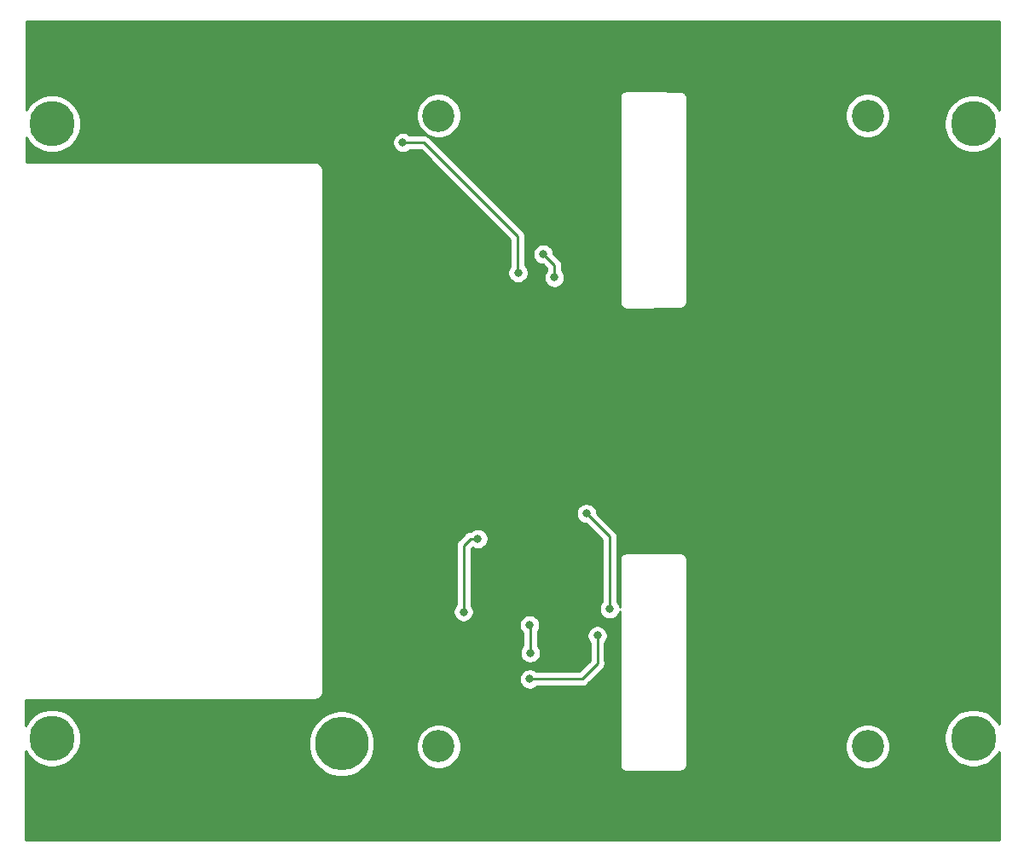
<source format=gbr>
G04 #@! TF.GenerationSoftware,KiCad,Pcbnew,(5.1.2)-2*
G04 #@! TF.CreationDate,2021-11-10T11:23:53-03:00*
G04 #@! TF.ProjectId,MAG_Plus,4d41475f-506c-4757-932e-6b696361645f,rev?*
G04 #@! TF.SameCoordinates,Original*
G04 #@! TF.FileFunction,Copper,L2,Bot*
G04 #@! TF.FilePolarity,Positive*
%FSLAX46Y46*%
G04 Gerber Fmt 4.6, Leading zero omitted, Abs format (unit mm)*
G04 Created by KiCad (PCBNEW (5.1.2)-2) date 2021-11-10 11:23:53*
%MOMM*%
%LPD*%
G04 APERTURE LIST*
%ADD10C,5.300000*%
%ADD11C,4.500000*%
%ADD12C,3.200000*%
%ADD13C,0.800000*%
%ADD14C,0.250000*%
%ADD15C,0.254000*%
G04 APERTURE END LIST*
D10*
X283860000Y-108360000D03*
D11*
X255100000Y-107800000D03*
X346600000Y-46800000D03*
X255100000Y-46790000D03*
X346600000Y-107800000D03*
D12*
X336100000Y-45990000D03*
X293510000Y-108610000D03*
X293510000Y-45990000D03*
X336100000Y-108610000D03*
D13*
X303899998Y-59750000D03*
X304999998Y-62050000D03*
X289950000Y-48650000D03*
X301400000Y-61600000D03*
X308190000Y-85500000D03*
X302600000Y-99340000D03*
X302540000Y-96590000D03*
X309260000Y-97620000D03*
X302540000Y-101930000D03*
X310474990Y-94970000D03*
X295980000Y-95270000D03*
X297400000Y-88000000D03*
D14*
X304999998Y-61484315D02*
X304999998Y-62050000D01*
X304999998Y-60850000D02*
X304999998Y-61484315D01*
X303899998Y-59750000D02*
X304999998Y-60850000D01*
X301350000Y-61550000D02*
X301400000Y-61600000D01*
X301350000Y-57950000D02*
X301350000Y-61550000D01*
X289950000Y-48650000D02*
X292050000Y-48650000D01*
X292050000Y-48650000D02*
X301350000Y-57950000D01*
X302600000Y-99340000D02*
X302600000Y-96650000D01*
X302600000Y-96650000D02*
X302540000Y-96590000D01*
X307740000Y-101930000D02*
X302540000Y-101930000D01*
X309270000Y-100400000D02*
X307740000Y-101930000D01*
X309270000Y-100270000D02*
X309270000Y-100400000D01*
X309260000Y-97620000D02*
X309260000Y-100260000D01*
X309260000Y-100260000D02*
X309270000Y-100270000D01*
X310474990Y-94404315D02*
X310474990Y-94970000D01*
X310474990Y-87784990D02*
X310474990Y-94404315D01*
X308190000Y-85500000D02*
X310474990Y-87784990D01*
X296660000Y-88000000D02*
X297400000Y-88000000D01*
X295980000Y-95270000D02*
X295980000Y-88680000D01*
X295980000Y-88680000D02*
X296660000Y-88000000D01*
D15*
G36*
X349140001Y-45408517D02*
G01*
X348840926Y-44960920D01*
X348439080Y-44559074D01*
X347966560Y-44243346D01*
X347441523Y-44025869D01*
X346884148Y-43915000D01*
X346315852Y-43915000D01*
X345758477Y-44025869D01*
X345233440Y-44243346D01*
X344760920Y-44559074D01*
X344359074Y-44960920D01*
X344043346Y-45433440D01*
X343825869Y-45958477D01*
X343715000Y-46515852D01*
X343715000Y-47084148D01*
X343825869Y-47641523D01*
X344043346Y-48166560D01*
X344359074Y-48639080D01*
X344760920Y-49040926D01*
X345233440Y-49356654D01*
X345758477Y-49574131D01*
X346315852Y-49685000D01*
X346884148Y-49685000D01*
X347441523Y-49574131D01*
X347966560Y-49356654D01*
X348439080Y-49040926D01*
X348840926Y-48639080D01*
X349140001Y-48191483D01*
X349140000Y-106408516D01*
X348840926Y-105960920D01*
X348439080Y-105559074D01*
X347966560Y-105243346D01*
X347441523Y-105025869D01*
X346884148Y-104915000D01*
X346315852Y-104915000D01*
X345758477Y-105025869D01*
X345233440Y-105243346D01*
X344760920Y-105559074D01*
X344359074Y-105960920D01*
X344043346Y-106433440D01*
X343825869Y-106958477D01*
X343715000Y-107515852D01*
X343715000Y-108084148D01*
X343825869Y-108641523D01*
X344043346Y-109166560D01*
X344359074Y-109639080D01*
X344760920Y-110040926D01*
X345233440Y-110356654D01*
X345758477Y-110574131D01*
X346315852Y-110685000D01*
X346884148Y-110685000D01*
X347441523Y-110574131D01*
X347966560Y-110356654D01*
X348439080Y-110040926D01*
X348840926Y-109639080D01*
X349140000Y-109191484D01*
X349140000Y-117940000D01*
X252500000Y-117940000D01*
X252500000Y-109061913D01*
X252543346Y-109166560D01*
X252859074Y-109639080D01*
X253260920Y-110040926D01*
X253733440Y-110356654D01*
X254258477Y-110574131D01*
X254815852Y-110685000D01*
X255384148Y-110685000D01*
X255941523Y-110574131D01*
X256466560Y-110356654D01*
X256939080Y-110040926D01*
X257340926Y-109639080D01*
X257656654Y-109166560D01*
X257874131Y-108641523D01*
X257985000Y-108084148D01*
X257985000Y-108036456D01*
X280575000Y-108036456D01*
X280575000Y-108683544D01*
X280701240Y-109318199D01*
X280948871Y-109916031D01*
X281308374Y-110454066D01*
X281765934Y-110911626D01*
X282303969Y-111271129D01*
X282901801Y-111518760D01*
X283536456Y-111645000D01*
X284183544Y-111645000D01*
X284818199Y-111518760D01*
X285416031Y-111271129D01*
X285954066Y-110911626D01*
X286411626Y-110454066D01*
X286771129Y-109916031D01*
X287018760Y-109318199D01*
X287145000Y-108683544D01*
X287145000Y-108389872D01*
X291275000Y-108389872D01*
X291275000Y-108830128D01*
X291360890Y-109261925D01*
X291529369Y-109668669D01*
X291773962Y-110034729D01*
X292085271Y-110346038D01*
X292451331Y-110590631D01*
X292858075Y-110759110D01*
X293289872Y-110845000D01*
X293730128Y-110845000D01*
X294161925Y-110759110D01*
X294568669Y-110590631D01*
X294934729Y-110346038D01*
X295246038Y-110034729D01*
X295490631Y-109668669D01*
X295659110Y-109261925D01*
X295745000Y-108830128D01*
X295745000Y-108389872D01*
X295659110Y-107958075D01*
X295490631Y-107551331D01*
X295246038Y-107185271D01*
X294934729Y-106873962D01*
X294568669Y-106629369D01*
X294161925Y-106460890D01*
X293730128Y-106375000D01*
X293289872Y-106375000D01*
X292858075Y-106460890D01*
X292451331Y-106629369D01*
X292085271Y-106873962D01*
X291773962Y-107185271D01*
X291529369Y-107551331D01*
X291360890Y-107958075D01*
X291275000Y-108389872D01*
X287145000Y-108389872D01*
X287145000Y-108036456D01*
X287018760Y-107401801D01*
X286771129Y-106803969D01*
X286411626Y-106265934D01*
X285954066Y-105808374D01*
X285416031Y-105448871D01*
X284818199Y-105201240D01*
X284183544Y-105075000D01*
X283536456Y-105075000D01*
X282901801Y-105201240D01*
X282303969Y-105448871D01*
X281765934Y-105808374D01*
X281308374Y-106265934D01*
X280948871Y-106803969D01*
X280701240Y-107401801D01*
X280575000Y-108036456D01*
X257985000Y-108036456D01*
X257985000Y-107515852D01*
X257874131Y-106958477D01*
X257656654Y-106433440D01*
X257340926Y-105960920D01*
X256939080Y-105559074D01*
X256466560Y-105243346D01*
X255941523Y-105025869D01*
X255384148Y-104915000D01*
X254815852Y-104915000D01*
X254258477Y-105025869D01*
X253733440Y-105243346D01*
X253260920Y-105559074D01*
X252859074Y-105960920D01*
X252543346Y-106433440D01*
X252500000Y-106538087D01*
X252500000Y-103980000D01*
X281307581Y-103980000D01*
X281340000Y-103983193D01*
X281372419Y-103980000D01*
X281469383Y-103970450D01*
X281593793Y-103932710D01*
X281708450Y-103871425D01*
X281808948Y-103788948D01*
X281891425Y-103688450D01*
X281952710Y-103573793D01*
X281990450Y-103449383D01*
X282003193Y-103320000D01*
X282000000Y-103287581D01*
X282000000Y-101828061D01*
X301505000Y-101828061D01*
X301505000Y-102031939D01*
X301544774Y-102231898D01*
X301622795Y-102420256D01*
X301736063Y-102589774D01*
X301880226Y-102733937D01*
X302049744Y-102847205D01*
X302238102Y-102925226D01*
X302438061Y-102965000D01*
X302641939Y-102965000D01*
X302841898Y-102925226D01*
X303030256Y-102847205D01*
X303199774Y-102733937D01*
X303243711Y-102690000D01*
X307702678Y-102690000D01*
X307740000Y-102693676D01*
X307777322Y-102690000D01*
X307777333Y-102690000D01*
X307888986Y-102679003D01*
X308032247Y-102635546D01*
X308164276Y-102564974D01*
X308280001Y-102470001D01*
X308303804Y-102440997D01*
X309781003Y-100963799D01*
X309810001Y-100940001D01*
X309904974Y-100824276D01*
X309933450Y-100771002D01*
X309975546Y-100692247D01*
X310019003Y-100548986D01*
X310020411Y-100534686D01*
X310030000Y-100437332D01*
X310030000Y-100437325D01*
X310033676Y-100400000D01*
X310030000Y-100362675D01*
X310030000Y-100307322D01*
X310033676Y-100269999D01*
X310030000Y-100232677D01*
X310030000Y-100232667D01*
X310020000Y-100131137D01*
X310020000Y-98323711D01*
X310063937Y-98279774D01*
X310177205Y-98110256D01*
X310255226Y-97921898D01*
X310295000Y-97721939D01*
X310295000Y-97518061D01*
X310255226Y-97318102D01*
X310177205Y-97129744D01*
X310063937Y-96960226D01*
X309919774Y-96816063D01*
X309750256Y-96702795D01*
X309561898Y-96624774D01*
X309361939Y-96585000D01*
X309158061Y-96585000D01*
X308958102Y-96624774D01*
X308769744Y-96702795D01*
X308600226Y-96816063D01*
X308456063Y-96960226D01*
X308342795Y-97129744D01*
X308264774Y-97318102D01*
X308225000Y-97518061D01*
X308225000Y-97721939D01*
X308264774Y-97921898D01*
X308342795Y-98110256D01*
X308456063Y-98279774D01*
X308500000Y-98323711D01*
X308500001Y-100095197D01*
X307425199Y-101170000D01*
X303243711Y-101170000D01*
X303199774Y-101126063D01*
X303030256Y-101012795D01*
X302841898Y-100934774D01*
X302641939Y-100895000D01*
X302438061Y-100895000D01*
X302238102Y-100934774D01*
X302049744Y-101012795D01*
X301880226Y-101126063D01*
X301736063Y-101270226D01*
X301622795Y-101439744D01*
X301544774Y-101628102D01*
X301505000Y-101828061D01*
X282000000Y-101828061D01*
X282000000Y-96488061D01*
X301505000Y-96488061D01*
X301505000Y-96691939D01*
X301544774Y-96891898D01*
X301622795Y-97080256D01*
X301736063Y-97249774D01*
X301840001Y-97353712D01*
X301840000Y-98636289D01*
X301796063Y-98680226D01*
X301682795Y-98849744D01*
X301604774Y-99038102D01*
X301565000Y-99238061D01*
X301565000Y-99441939D01*
X301604774Y-99641898D01*
X301682795Y-99830256D01*
X301796063Y-99999774D01*
X301940226Y-100143937D01*
X302109744Y-100257205D01*
X302298102Y-100335226D01*
X302498061Y-100375000D01*
X302701939Y-100375000D01*
X302901898Y-100335226D01*
X303090256Y-100257205D01*
X303259774Y-100143937D01*
X303403937Y-99999774D01*
X303517205Y-99830256D01*
X303595226Y-99641898D01*
X303635000Y-99441939D01*
X303635000Y-99238061D01*
X303595226Y-99038102D01*
X303517205Y-98849744D01*
X303403937Y-98680226D01*
X303360000Y-98636289D01*
X303360000Y-97225734D01*
X303457205Y-97080256D01*
X303535226Y-96891898D01*
X303575000Y-96691939D01*
X303575000Y-96488061D01*
X303535226Y-96288102D01*
X303457205Y-96099744D01*
X303343937Y-95930226D01*
X303199774Y-95786063D01*
X303030256Y-95672795D01*
X302841898Y-95594774D01*
X302641939Y-95555000D01*
X302438061Y-95555000D01*
X302238102Y-95594774D01*
X302049744Y-95672795D01*
X301880226Y-95786063D01*
X301736063Y-95930226D01*
X301622795Y-96099744D01*
X301544774Y-96288102D01*
X301505000Y-96488061D01*
X282000000Y-96488061D01*
X282000000Y-95168061D01*
X294945000Y-95168061D01*
X294945000Y-95371939D01*
X294984774Y-95571898D01*
X295062795Y-95760256D01*
X295176063Y-95929774D01*
X295320226Y-96073937D01*
X295489744Y-96187205D01*
X295678102Y-96265226D01*
X295878061Y-96305000D01*
X296081939Y-96305000D01*
X296281898Y-96265226D01*
X296470256Y-96187205D01*
X296639774Y-96073937D01*
X296783937Y-95929774D01*
X296897205Y-95760256D01*
X296975226Y-95571898D01*
X297015000Y-95371939D01*
X297015000Y-95168061D01*
X296975226Y-94968102D01*
X296897205Y-94779744D01*
X296783937Y-94610226D01*
X296740000Y-94566289D01*
X296740000Y-88994801D01*
X296854506Y-88880296D01*
X296909744Y-88917205D01*
X297098102Y-88995226D01*
X297298061Y-89035000D01*
X297501939Y-89035000D01*
X297701898Y-88995226D01*
X297890256Y-88917205D01*
X298059774Y-88803937D01*
X298203937Y-88659774D01*
X298317205Y-88490256D01*
X298395226Y-88301898D01*
X298435000Y-88101939D01*
X298435000Y-87898061D01*
X298395226Y-87698102D01*
X298317205Y-87509744D01*
X298203937Y-87340226D01*
X298059774Y-87196063D01*
X297890256Y-87082795D01*
X297701898Y-87004774D01*
X297501939Y-86965000D01*
X297298061Y-86965000D01*
X297098102Y-87004774D01*
X296909744Y-87082795D01*
X296740226Y-87196063D01*
X296696382Y-87239907D01*
X296659999Y-87236324D01*
X296622676Y-87240000D01*
X296622667Y-87240000D01*
X296511014Y-87250997D01*
X296367753Y-87294454D01*
X296235724Y-87365026D01*
X296119999Y-87459999D01*
X296096201Y-87488998D01*
X295468998Y-88116201D01*
X295440000Y-88139999D01*
X295416202Y-88168997D01*
X295416201Y-88168998D01*
X295345026Y-88255724D01*
X295274454Y-88387754D01*
X295230998Y-88531015D01*
X295216324Y-88680000D01*
X295220001Y-88717332D01*
X295220000Y-94566289D01*
X295176063Y-94610226D01*
X295062795Y-94779744D01*
X294984774Y-94968102D01*
X294945000Y-95168061D01*
X282000000Y-95168061D01*
X282000000Y-85398061D01*
X307155000Y-85398061D01*
X307155000Y-85601939D01*
X307194774Y-85801898D01*
X307272795Y-85990256D01*
X307386063Y-86159774D01*
X307530226Y-86303937D01*
X307699744Y-86417205D01*
X307888102Y-86495226D01*
X308088061Y-86535000D01*
X308150199Y-86535000D01*
X309714990Y-88099792D01*
X309714991Y-94266288D01*
X309671053Y-94310226D01*
X309557785Y-94479744D01*
X309479764Y-94668102D01*
X309439990Y-94868061D01*
X309439990Y-95071939D01*
X309479764Y-95271898D01*
X309557785Y-95460256D01*
X309671053Y-95629774D01*
X309815216Y-95773937D01*
X309984734Y-95887205D01*
X310173092Y-95965226D01*
X310373051Y-96005000D01*
X310576929Y-96005000D01*
X310776888Y-95965226D01*
X310965246Y-95887205D01*
X311134764Y-95773937D01*
X311278927Y-95629774D01*
X311392195Y-95460256D01*
X311470216Y-95271898D01*
X311490000Y-95172435D01*
X311490001Y-110470663D01*
X311486836Y-110506197D01*
X311493489Y-110567838D01*
X311499551Y-110629383D01*
X311500454Y-110632359D01*
X311500788Y-110635456D01*
X311519329Y-110694581D01*
X311537291Y-110753793D01*
X311538758Y-110756537D01*
X311539689Y-110759507D01*
X311569393Y-110813853D01*
X311598576Y-110868450D01*
X311600550Y-110870855D01*
X311602043Y-110873587D01*
X311641802Y-110921121D01*
X311681053Y-110968948D01*
X311683456Y-110970920D01*
X311685455Y-110973310D01*
X311733713Y-111012165D01*
X311781551Y-111051425D01*
X311784296Y-111052892D01*
X311786720Y-111054844D01*
X311841600Y-111083522D01*
X311896208Y-111112710D01*
X311899186Y-111113614D01*
X311901945Y-111115055D01*
X311961332Y-111132465D01*
X312020618Y-111150450D01*
X312023719Y-111150755D01*
X312026702Y-111151630D01*
X312088337Y-111157120D01*
X312150000Y-111163193D01*
X312185496Y-111159697D01*
X317470656Y-111110303D01*
X317500000Y-111113193D01*
X317535497Y-111109697D01*
X317538585Y-111109668D01*
X317567728Y-111106522D01*
X317629382Y-111100450D01*
X317632362Y-111099546D01*
X317635456Y-111099212D01*
X317694527Y-111080688D01*
X317753792Y-111062710D01*
X317756538Y-111061243D01*
X317759508Y-111060311D01*
X317813838Y-111030615D01*
X317868449Y-111001425D01*
X317870856Y-110999450D01*
X317873587Y-110997957D01*
X317921082Y-110958230D01*
X317968948Y-110918948D01*
X317970923Y-110916542D01*
X317973310Y-110914545D01*
X318012122Y-110866340D01*
X318051425Y-110818450D01*
X318052894Y-110815702D01*
X318054844Y-110813280D01*
X318083498Y-110758445D01*
X318112710Y-110703793D01*
X318113614Y-110700812D01*
X318115055Y-110698055D01*
X318132471Y-110638651D01*
X318150450Y-110579383D01*
X318150755Y-110576286D01*
X318151631Y-110573298D01*
X318157125Y-110511605D01*
X318160000Y-110482419D01*
X318160000Y-110479329D01*
X318163164Y-110443803D01*
X318160000Y-110414490D01*
X318160000Y-108389872D01*
X333865000Y-108389872D01*
X333865000Y-108830128D01*
X333950890Y-109261925D01*
X334119369Y-109668669D01*
X334363962Y-110034729D01*
X334675271Y-110346038D01*
X335041331Y-110590631D01*
X335448075Y-110759110D01*
X335879872Y-110845000D01*
X336320128Y-110845000D01*
X336751925Y-110759110D01*
X337158669Y-110590631D01*
X337524729Y-110346038D01*
X337836038Y-110034729D01*
X338080631Y-109668669D01*
X338249110Y-109261925D01*
X338335000Y-108830128D01*
X338335000Y-108389872D01*
X338249110Y-107958075D01*
X338080631Y-107551331D01*
X337836038Y-107185271D01*
X337524729Y-106873962D01*
X337158669Y-106629369D01*
X336751925Y-106460890D01*
X336320128Y-106375000D01*
X335879872Y-106375000D01*
X335448075Y-106460890D01*
X335041331Y-106629369D01*
X334675271Y-106873962D01*
X334363962Y-107185271D01*
X334119369Y-107551331D01*
X333950890Y-107958075D01*
X333865000Y-108389872D01*
X318160000Y-108389872D01*
X318160000Y-90082419D01*
X318163193Y-90050000D01*
X318150450Y-89920617D01*
X318112710Y-89796207D01*
X318051425Y-89681550D01*
X317968948Y-89581052D01*
X317868450Y-89498575D01*
X317753793Y-89437290D01*
X317629383Y-89399550D01*
X317532419Y-89390000D01*
X317500000Y-89386807D01*
X317467581Y-89390000D01*
X312182419Y-89390000D01*
X312150000Y-89386807D01*
X312117581Y-89390000D01*
X312020617Y-89399550D01*
X311896207Y-89437290D01*
X311781550Y-89498575D01*
X311681052Y-89581052D01*
X311598575Y-89681550D01*
X311537290Y-89796207D01*
X311499550Y-89920617D01*
X311486807Y-90050000D01*
X311490000Y-90082419D01*
X311490000Y-94767565D01*
X311470216Y-94668102D01*
X311392195Y-94479744D01*
X311278927Y-94310226D01*
X311234990Y-94266289D01*
X311234990Y-87822313D01*
X311238666Y-87784990D01*
X311234990Y-87747667D01*
X311234990Y-87747657D01*
X311223993Y-87636004D01*
X311180536Y-87492743D01*
X311109964Y-87360714D01*
X311014991Y-87244989D01*
X310985994Y-87221192D01*
X309225000Y-85460199D01*
X309225000Y-85398061D01*
X309185226Y-85198102D01*
X309107205Y-85009744D01*
X308993937Y-84840226D01*
X308849774Y-84696063D01*
X308680256Y-84582795D01*
X308491898Y-84504774D01*
X308291939Y-84465000D01*
X308088061Y-84465000D01*
X307888102Y-84504774D01*
X307699744Y-84582795D01*
X307530226Y-84696063D01*
X307386063Y-84840226D01*
X307272795Y-85009744D01*
X307194774Y-85198102D01*
X307155000Y-85398061D01*
X282000000Y-85398061D01*
X282000000Y-51312419D01*
X282003193Y-51280000D01*
X281990450Y-51150617D01*
X281952710Y-51026207D01*
X281891425Y-50911550D01*
X281808948Y-50811052D01*
X281708450Y-50728575D01*
X281593793Y-50667290D01*
X281469383Y-50629550D01*
X281372419Y-50620000D01*
X281340000Y-50616807D01*
X281307581Y-50620000D01*
X252550431Y-50620000D01*
X252552035Y-48169564D01*
X252859074Y-48629080D01*
X253260920Y-49030926D01*
X253733440Y-49346654D01*
X254258477Y-49564131D01*
X254815852Y-49675000D01*
X255384148Y-49675000D01*
X255941523Y-49564131D01*
X256466560Y-49346654D01*
X256939080Y-49030926D01*
X257340926Y-48629080D01*
X257395061Y-48548061D01*
X288915000Y-48548061D01*
X288915000Y-48751939D01*
X288954774Y-48951898D01*
X289032795Y-49140256D01*
X289146063Y-49309774D01*
X289290226Y-49453937D01*
X289459744Y-49567205D01*
X289648102Y-49645226D01*
X289848061Y-49685000D01*
X290051939Y-49685000D01*
X290251898Y-49645226D01*
X290440256Y-49567205D01*
X290609774Y-49453937D01*
X290653711Y-49410000D01*
X291735199Y-49410000D01*
X300590000Y-58264802D01*
X300590001Y-60949299D01*
X300482795Y-61109744D01*
X300404774Y-61298102D01*
X300365000Y-61498061D01*
X300365000Y-61701939D01*
X300404774Y-61901898D01*
X300482795Y-62090256D01*
X300596063Y-62259774D01*
X300740226Y-62403937D01*
X300909744Y-62517205D01*
X301098102Y-62595226D01*
X301298061Y-62635000D01*
X301501939Y-62635000D01*
X301701898Y-62595226D01*
X301890256Y-62517205D01*
X302059774Y-62403937D01*
X302203937Y-62259774D01*
X302317205Y-62090256D01*
X302395226Y-61901898D01*
X302435000Y-61701939D01*
X302435000Y-61498061D01*
X302395226Y-61298102D01*
X302317205Y-61109744D01*
X302203937Y-60940226D01*
X302110000Y-60846289D01*
X302110000Y-59648061D01*
X302864998Y-59648061D01*
X302864998Y-59851939D01*
X302904772Y-60051898D01*
X302982793Y-60240256D01*
X303096061Y-60409774D01*
X303240224Y-60553937D01*
X303409742Y-60667205D01*
X303598100Y-60745226D01*
X303798059Y-60785000D01*
X303860197Y-60785000D01*
X304239998Y-61164802D01*
X304239998Y-61346289D01*
X304196061Y-61390226D01*
X304082793Y-61559744D01*
X304004772Y-61748102D01*
X303964998Y-61948061D01*
X303964998Y-62151939D01*
X304004772Y-62351898D01*
X304082793Y-62540256D01*
X304196061Y-62709774D01*
X304340224Y-62853937D01*
X304509742Y-62967205D01*
X304698100Y-63045226D01*
X304898059Y-63085000D01*
X305101937Y-63085000D01*
X305301896Y-63045226D01*
X305490254Y-62967205D01*
X305659772Y-62853937D01*
X305803935Y-62709774D01*
X305917203Y-62540256D01*
X305995224Y-62351898D01*
X306034998Y-62151939D01*
X306034998Y-61948061D01*
X305995224Y-61748102D01*
X305917203Y-61559744D01*
X305803935Y-61390226D01*
X305759998Y-61346289D01*
X305759998Y-60887323D01*
X305763674Y-60850000D01*
X305759998Y-60812677D01*
X305759998Y-60812667D01*
X305749001Y-60701014D01*
X305705544Y-60557753D01*
X305634973Y-60425725D01*
X305634972Y-60425723D01*
X305563797Y-60338997D01*
X305539999Y-60309999D01*
X305511002Y-60286202D01*
X304934998Y-59710199D01*
X304934998Y-59648061D01*
X304895224Y-59448102D01*
X304817203Y-59259744D01*
X304703935Y-59090226D01*
X304559772Y-58946063D01*
X304390254Y-58832795D01*
X304201896Y-58754774D01*
X304001937Y-58715000D01*
X303798059Y-58715000D01*
X303598100Y-58754774D01*
X303409742Y-58832795D01*
X303240224Y-58946063D01*
X303096061Y-59090226D01*
X302982793Y-59259744D01*
X302904772Y-59448102D01*
X302864998Y-59648061D01*
X302110000Y-59648061D01*
X302110000Y-57987322D01*
X302113676Y-57949999D01*
X302110000Y-57912676D01*
X302110000Y-57912667D01*
X302099003Y-57801014D01*
X302055546Y-57657753D01*
X301984975Y-57525725D01*
X301984974Y-57525723D01*
X301913799Y-57438997D01*
X301890001Y-57409999D01*
X301861004Y-57386202D01*
X292613804Y-48139003D01*
X292590001Y-48109999D01*
X292474276Y-48015026D01*
X292342247Y-47944454D01*
X292198986Y-47900997D01*
X292087333Y-47890000D01*
X292087322Y-47890000D01*
X292050000Y-47886324D01*
X292012678Y-47890000D01*
X290653711Y-47890000D01*
X290609774Y-47846063D01*
X290440256Y-47732795D01*
X290251898Y-47654774D01*
X290051939Y-47615000D01*
X289848061Y-47615000D01*
X289648102Y-47654774D01*
X289459744Y-47732795D01*
X289290226Y-47846063D01*
X289146063Y-47990226D01*
X289032795Y-48159744D01*
X288954774Y-48348102D01*
X288915000Y-48548061D01*
X257395061Y-48548061D01*
X257656654Y-48156560D01*
X257874131Y-47631523D01*
X257985000Y-47074148D01*
X257985000Y-46505852D01*
X257874131Y-45948477D01*
X257800151Y-45769872D01*
X291275000Y-45769872D01*
X291275000Y-46210128D01*
X291360890Y-46641925D01*
X291529369Y-47048669D01*
X291773962Y-47414729D01*
X292085271Y-47726038D01*
X292451331Y-47970631D01*
X292858075Y-48139110D01*
X293289872Y-48225000D01*
X293730128Y-48225000D01*
X294161925Y-48139110D01*
X294568669Y-47970631D01*
X294934729Y-47726038D01*
X295246038Y-47414729D01*
X295490631Y-47048669D01*
X295659110Y-46641925D01*
X295745000Y-46210128D01*
X295745000Y-45769872D01*
X295659110Y-45338075D01*
X295490631Y-44931331D01*
X295246038Y-44565271D01*
X294934729Y-44253962D01*
X294779139Y-44150000D01*
X311486807Y-44150000D01*
X311490000Y-44182419D01*
X311490001Y-64520663D01*
X311486836Y-64556197D01*
X311493489Y-64617838D01*
X311499551Y-64679383D01*
X311500454Y-64682359D01*
X311500788Y-64685456D01*
X311519329Y-64744581D01*
X311537291Y-64803793D01*
X311538758Y-64806537D01*
X311539689Y-64809507D01*
X311569393Y-64863853D01*
X311598576Y-64918450D01*
X311600550Y-64920855D01*
X311602043Y-64923587D01*
X311641802Y-64971121D01*
X311681053Y-65018948D01*
X311683456Y-65020920D01*
X311685455Y-65023310D01*
X311733713Y-65062165D01*
X311781551Y-65101425D01*
X311784296Y-65102892D01*
X311786720Y-65104844D01*
X311841600Y-65133522D01*
X311896208Y-65162710D01*
X311899186Y-65163614D01*
X311901945Y-65165055D01*
X311961332Y-65182465D01*
X312020618Y-65200450D01*
X312023719Y-65200755D01*
X312026702Y-65201630D01*
X312088337Y-65207120D01*
X312150000Y-65213193D01*
X312185496Y-65209697D01*
X317470656Y-65160303D01*
X317500000Y-65163193D01*
X317535497Y-65159697D01*
X317538585Y-65159668D01*
X317567728Y-65156522D01*
X317629382Y-65150450D01*
X317632362Y-65149546D01*
X317635456Y-65149212D01*
X317694527Y-65130688D01*
X317753792Y-65112710D01*
X317756538Y-65111243D01*
X317759508Y-65110311D01*
X317813838Y-65080615D01*
X317868449Y-65051425D01*
X317870856Y-65049450D01*
X317873587Y-65047957D01*
X317921082Y-65008230D01*
X317968948Y-64968948D01*
X317970923Y-64966542D01*
X317973310Y-64964545D01*
X318012122Y-64916340D01*
X318051425Y-64868450D01*
X318052894Y-64865702D01*
X318054844Y-64863280D01*
X318083498Y-64808445D01*
X318112710Y-64753793D01*
X318113614Y-64750812D01*
X318115055Y-64748055D01*
X318132471Y-64688651D01*
X318150450Y-64629383D01*
X318150755Y-64626286D01*
X318151631Y-64623298D01*
X318157125Y-64561605D01*
X318160000Y-64532419D01*
X318160000Y-64529329D01*
X318163164Y-64493803D01*
X318160000Y-64464490D01*
X318160000Y-45769872D01*
X333865000Y-45769872D01*
X333865000Y-46210128D01*
X333950890Y-46641925D01*
X334119369Y-47048669D01*
X334363962Y-47414729D01*
X334675271Y-47726038D01*
X335041331Y-47970631D01*
X335448075Y-48139110D01*
X335879872Y-48225000D01*
X336320128Y-48225000D01*
X336751925Y-48139110D01*
X337158669Y-47970631D01*
X337524729Y-47726038D01*
X337836038Y-47414729D01*
X338080631Y-47048669D01*
X338249110Y-46641925D01*
X338335000Y-46210128D01*
X338335000Y-45769872D01*
X338249110Y-45338075D01*
X338080631Y-44931331D01*
X337836038Y-44565271D01*
X337524729Y-44253962D01*
X337158669Y-44009369D01*
X336751925Y-43840890D01*
X336320128Y-43755000D01*
X335879872Y-43755000D01*
X335448075Y-43840890D01*
X335041331Y-44009369D01*
X334675271Y-44253962D01*
X334363962Y-44565271D01*
X334119369Y-44931331D01*
X333950890Y-45338075D01*
X333865000Y-45769872D01*
X318160000Y-45769872D01*
X318160000Y-44238317D01*
X318163086Y-44211840D01*
X318160000Y-44173501D01*
X318160000Y-44167581D01*
X318157392Y-44141103D01*
X318152655Y-44082251D01*
X318151033Y-44076540D01*
X318150450Y-44070617D01*
X318133274Y-44013998D01*
X318117143Y-43957187D01*
X318114437Y-43951899D01*
X318112710Y-43946207D01*
X318084826Y-43894040D01*
X318057915Y-43841455D01*
X318054230Y-43836797D01*
X318051425Y-43831550D01*
X318013886Y-43785809D01*
X317977245Y-43739500D01*
X317972723Y-43735651D01*
X317968948Y-43731052D01*
X317923214Y-43693519D01*
X317878236Y-43655242D01*
X317873049Y-43652349D01*
X317868450Y-43648575D01*
X317816282Y-43620691D01*
X317764691Y-43591919D01*
X317759037Y-43590093D01*
X317753793Y-43587290D01*
X317697207Y-43570124D01*
X317640975Y-43551964D01*
X317635073Y-43551276D01*
X317629383Y-43549550D01*
X317570505Y-43543751D01*
X317544197Y-43540685D01*
X317538306Y-43540580D01*
X317500000Y-43536807D01*
X317473453Y-43539422D01*
X314738301Y-43490579D01*
X314732419Y-43490000D01*
X314705859Y-43490000D01*
X314679371Y-43489527D01*
X314673494Y-43490000D01*
X312182419Y-43490000D01*
X312150000Y-43486807D01*
X312117581Y-43490000D01*
X312020617Y-43499550D01*
X311896207Y-43537290D01*
X311781550Y-43598575D01*
X311681052Y-43681052D01*
X311598575Y-43781550D01*
X311537290Y-43896207D01*
X311499550Y-44020617D01*
X311486807Y-44150000D01*
X294779139Y-44150000D01*
X294568669Y-44009369D01*
X294161925Y-43840890D01*
X293730128Y-43755000D01*
X293289872Y-43755000D01*
X292858075Y-43840890D01*
X292451331Y-44009369D01*
X292085271Y-44253962D01*
X291773962Y-44565271D01*
X291529369Y-44931331D01*
X291360890Y-45338075D01*
X291275000Y-45769872D01*
X257800151Y-45769872D01*
X257656654Y-45423440D01*
X257340926Y-44950920D01*
X256939080Y-44549074D01*
X256466560Y-44233346D01*
X255941523Y-44015869D01*
X255384148Y-43905000D01*
X254815852Y-43905000D01*
X254258477Y-44015869D01*
X253733440Y-44233346D01*
X253260920Y-44549074D01*
X252859074Y-44950920D01*
X252553843Y-45407730D01*
X252559568Y-36660000D01*
X349140001Y-36660000D01*
X349140001Y-45408517D01*
X349140001Y-45408517D01*
G37*
X349140001Y-45408517D02*
X348840926Y-44960920D01*
X348439080Y-44559074D01*
X347966560Y-44243346D01*
X347441523Y-44025869D01*
X346884148Y-43915000D01*
X346315852Y-43915000D01*
X345758477Y-44025869D01*
X345233440Y-44243346D01*
X344760920Y-44559074D01*
X344359074Y-44960920D01*
X344043346Y-45433440D01*
X343825869Y-45958477D01*
X343715000Y-46515852D01*
X343715000Y-47084148D01*
X343825869Y-47641523D01*
X344043346Y-48166560D01*
X344359074Y-48639080D01*
X344760920Y-49040926D01*
X345233440Y-49356654D01*
X345758477Y-49574131D01*
X346315852Y-49685000D01*
X346884148Y-49685000D01*
X347441523Y-49574131D01*
X347966560Y-49356654D01*
X348439080Y-49040926D01*
X348840926Y-48639080D01*
X349140001Y-48191483D01*
X349140000Y-106408516D01*
X348840926Y-105960920D01*
X348439080Y-105559074D01*
X347966560Y-105243346D01*
X347441523Y-105025869D01*
X346884148Y-104915000D01*
X346315852Y-104915000D01*
X345758477Y-105025869D01*
X345233440Y-105243346D01*
X344760920Y-105559074D01*
X344359074Y-105960920D01*
X344043346Y-106433440D01*
X343825869Y-106958477D01*
X343715000Y-107515852D01*
X343715000Y-108084148D01*
X343825869Y-108641523D01*
X344043346Y-109166560D01*
X344359074Y-109639080D01*
X344760920Y-110040926D01*
X345233440Y-110356654D01*
X345758477Y-110574131D01*
X346315852Y-110685000D01*
X346884148Y-110685000D01*
X347441523Y-110574131D01*
X347966560Y-110356654D01*
X348439080Y-110040926D01*
X348840926Y-109639080D01*
X349140000Y-109191484D01*
X349140000Y-117940000D01*
X252500000Y-117940000D01*
X252500000Y-109061913D01*
X252543346Y-109166560D01*
X252859074Y-109639080D01*
X253260920Y-110040926D01*
X253733440Y-110356654D01*
X254258477Y-110574131D01*
X254815852Y-110685000D01*
X255384148Y-110685000D01*
X255941523Y-110574131D01*
X256466560Y-110356654D01*
X256939080Y-110040926D01*
X257340926Y-109639080D01*
X257656654Y-109166560D01*
X257874131Y-108641523D01*
X257985000Y-108084148D01*
X257985000Y-108036456D01*
X280575000Y-108036456D01*
X280575000Y-108683544D01*
X280701240Y-109318199D01*
X280948871Y-109916031D01*
X281308374Y-110454066D01*
X281765934Y-110911626D01*
X282303969Y-111271129D01*
X282901801Y-111518760D01*
X283536456Y-111645000D01*
X284183544Y-111645000D01*
X284818199Y-111518760D01*
X285416031Y-111271129D01*
X285954066Y-110911626D01*
X286411626Y-110454066D01*
X286771129Y-109916031D01*
X287018760Y-109318199D01*
X287145000Y-108683544D01*
X287145000Y-108389872D01*
X291275000Y-108389872D01*
X291275000Y-108830128D01*
X291360890Y-109261925D01*
X291529369Y-109668669D01*
X291773962Y-110034729D01*
X292085271Y-110346038D01*
X292451331Y-110590631D01*
X292858075Y-110759110D01*
X293289872Y-110845000D01*
X293730128Y-110845000D01*
X294161925Y-110759110D01*
X294568669Y-110590631D01*
X294934729Y-110346038D01*
X295246038Y-110034729D01*
X295490631Y-109668669D01*
X295659110Y-109261925D01*
X295745000Y-108830128D01*
X295745000Y-108389872D01*
X295659110Y-107958075D01*
X295490631Y-107551331D01*
X295246038Y-107185271D01*
X294934729Y-106873962D01*
X294568669Y-106629369D01*
X294161925Y-106460890D01*
X293730128Y-106375000D01*
X293289872Y-106375000D01*
X292858075Y-106460890D01*
X292451331Y-106629369D01*
X292085271Y-106873962D01*
X291773962Y-107185271D01*
X291529369Y-107551331D01*
X291360890Y-107958075D01*
X291275000Y-108389872D01*
X287145000Y-108389872D01*
X287145000Y-108036456D01*
X287018760Y-107401801D01*
X286771129Y-106803969D01*
X286411626Y-106265934D01*
X285954066Y-105808374D01*
X285416031Y-105448871D01*
X284818199Y-105201240D01*
X284183544Y-105075000D01*
X283536456Y-105075000D01*
X282901801Y-105201240D01*
X282303969Y-105448871D01*
X281765934Y-105808374D01*
X281308374Y-106265934D01*
X280948871Y-106803969D01*
X280701240Y-107401801D01*
X280575000Y-108036456D01*
X257985000Y-108036456D01*
X257985000Y-107515852D01*
X257874131Y-106958477D01*
X257656654Y-106433440D01*
X257340926Y-105960920D01*
X256939080Y-105559074D01*
X256466560Y-105243346D01*
X255941523Y-105025869D01*
X255384148Y-104915000D01*
X254815852Y-104915000D01*
X254258477Y-105025869D01*
X253733440Y-105243346D01*
X253260920Y-105559074D01*
X252859074Y-105960920D01*
X252543346Y-106433440D01*
X252500000Y-106538087D01*
X252500000Y-103980000D01*
X281307581Y-103980000D01*
X281340000Y-103983193D01*
X281372419Y-103980000D01*
X281469383Y-103970450D01*
X281593793Y-103932710D01*
X281708450Y-103871425D01*
X281808948Y-103788948D01*
X281891425Y-103688450D01*
X281952710Y-103573793D01*
X281990450Y-103449383D01*
X282003193Y-103320000D01*
X282000000Y-103287581D01*
X282000000Y-101828061D01*
X301505000Y-101828061D01*
X301505000Y-102031939D01*
X301544774Y-102231898D01*
X301622795Y-102420256D01*
X301736063Y-102589774D01*
X301880226Y-102733937D01*
X302049744Y-102847205D01*
X302238102Y-102925226D01*
X302438061Y-102965000D01*
X302641939Y-102965000D01*
X302841898Y-102925226D01*
X303030256Y-102847205D01*
X303199774Y-102733937D01*
X303243711Y-102690000D01*
X307702678Y-102690000D01*
X307740000Y-102693676D01*
X307777322Y-102690000D01*
X307777333Y-102690000D01*
X307888986Y-102679003D01*
X308032247Y-102635546D01*
X308164276Y-102564974D01*
X308280001Y-102470001D01*
X308303804Y-102440997D01*
X309781003Y-100963799D01*
X309810001Y-100940001D01*
X309904974Y-100824276D01*
X309933450Y-100771002D01*
X309975546Y-100692247D01*
X310019003Y-100548986D01*
X310020411Y-100534686D01*
X310030000Y-100437332D01*
X310030000Y-100437325D01*
X310033676Y-100400000D01*
X310030000Y-100362675D01*
X310030000Y-100307322D01*
X310033676Y-100269999D01*
X310030000Y-100232677D01*
X310030000Y-100232667D01*
X310020000Y-100131137D01*
X310020000Y-98323711D01*
X310063937Y-98279774D01*
X310177205Y-98110256D01*
X310255226Y-97921898D01*
X310295000Y-97721939D01*
X310295000Y-97518061D01*
X310255226Y-97318102D01*
X310177205Y-97129744D01*
X310063937Y-96960226D01*
X309919774Y-96816063D01*
X309750256Y-96702795D01*
X309561898Y-96624774D01*
X309361939Y-96585000D01*
X309158061Y-96585000D01*
X308958102Y-96624774D01*
X308769744Y-96702795D01*
X308600226Y-96816063D01*
X308456063Y-96960226D01*
X308342795Y-97129744D01*
X308264774Y-97318102D01*
X308225000Y-97518061D01*
X308225000Y-97721939D01*
X308264774Y-97921898D01*
X308342795Y-98110256D01*
X308456063Y-98279774D01*
X308500000Y-98323711D01*
X308500001Y-100095197D01*
X307425199Y-101170000D01*
X303243711Y-101170000D01*
X303199774Y-101126063D01*
X303030256Y-101012795D01*
X302841898Y-100934774D01*
X302641939Y-100895000D01*
X302438061Y-100895000D01*
X302238102Y-100934774D01*
X302049744Y-101012795D01*
X301880226Y-101126063D01*
X301736063Y-101270226D01*
X301622795Y-101439744D01*
X301544774Y-101628102D01*
X301505000Y-101828061D01*
X282000000Y-101828061D01*
X282000000Y-96488061D01*
X301505000Y-96488061D01*
X301505000Y-96691939D01*
X301544774Y-96891898D01*
X301622795Y-97080256D01*
X301736063Y-97249774D01*
X301840001Y-97353712D01*
X301840000Y-98636289D01*
X301796063Y-98680226D01*
X301682795Y-98849744D01*
X301604774Y-99038102D01*
X301565000Y-99238061D01*
X301565000Y-99441939D01*
X301604774Y-99641898D01*
X301682795Y-99830256D01*
X301796063Y-99999774D01*
X301940226Y-100143937D01*
X302109744Y-100257205D01*
X302298102Y-100335226D01*
X302498061Y-100375000D01*
X302701939Y-100375000D01*
X302901898Y-100335226D01*
X303090256Y-100257205D01*
X303259774Y-100143937D01*
X303403937Y-99999774D01*
X303517205Y-99830256D01*
X303595226Y-99641898D01*
X303635000Y-99441939D01*
X303635000Y-99238061D01*
X303595226Y-99038102D01*
X303517205Y-98849744D01*
X303403937Y-98680226D01*
X303360000Y-98636289D01*
X303360000Y-97225734D01*
X303457205Y-97080256D01*
X303535226Y-96891898D01*
X303575000Y-96691939D01*
X303575000Y-96488061D01*
X303535226Y-96288102D01*
X303457205Y-96099744D01*
X303343937Y-95930226D01*
X303199774Y-95786063D01*
X303030256Y-95672795D01*
X302841898Y-95594774D01*
X302641939Y-95555000D01*
X302438061Y-95555000D01*
X302238102Y-95594774D01*
X302049744Y-95672795D01*
X301880226Y-95786063D01*
X301736063Y-95930226D01*
X301622795Y-96099744D01*
X301544774Y-96288102D01*
X301505000Y-96488061D01*
X282000000Y-96488061D01*
X282000000Y-95168061D01*
X294945000Y-95168061D01*
X294945000Y-95371939D01*
X294984774Y-95571898D01*
X295062795Y-95760256D01*
X295176063Y-95929774D01*
X295320226Y-96073937D01*
X295489744Y-96187205D01*
X295678102Y-96265226D01*
X295878061Y-96305000D01*
X296081939Y-96305000D01*
X296281898Y-96265226D01*
X296470256Y-96187205D01*
X296639774Y-96073937D01*
X296783937Y-95929774D01*
X296897205Y-95760256D01*
X296975226Y-95571898D01*
X297015000Y-95371939D01*
X297015000Y-95168061D01*
X296975226Y-94968102D01*
X296897205Y-94779744D01*
X296783937Y-94610226D01*
X296740000Y-94566289D01*
X296740000Y-88994801D01*
X296854506Y-88880296D01*
X296909744Y-88917205D01*
X297098102Y-88995226D01*
X297298061Y-89035000D01*
X297501939Y-89035000D01*
X297701898Y-88995226D01*
X297890256Y-88917205D01*
X298059774Y-88803937D01*
X298203937Y-88659774D01*
X298317205Y-88490256D01*
X298395226Y-88301898D01*
X298435000Y-88101939D01*
X298435000Y-87898061D01*
X298395226Y-87698102D01*
X298317205Y-87509744D01*
X298203937Y-87340226D01*
X298059774Y-87196063D01*
X297890256Y-87082795D01*
X297701898Y-87004774D01*
X297501939Y-86965000D01*
X297298061Y-86965000D01*
X297098102Y-87004774D01*
X296909744Y-87082795D01*
X296740226Y-87196063D01*
X296696382Y-87239907D01*
X296659999Y-87236324D01*
X296622676Y-87240000D01*
X296622667Y-87240000D01*
X296511014Y-87250997D01*
X296367753Y-87294454D01*
X296235724Y-87365026D01*
X296119999Y-87459999D01*
X296096201Y-87488998D01*
X295468998Y-88116201D01*
X295440000Y-88139999D01*
X295416202Y-88168997D01*
X295416201Y-88168998D01*
X295345026Y-88255724D01*
X295274454Y-88387754D01*
X295230998Y-88531015D01*
X295216324Y-88680000D01*
X295220001Y-88717332D01*
X295220000Y-94566289D01*
X295176063Y-94610226D01*
X295062795Y-94779744D01*
X294984774Y-94968102D01*
X294945000Y-95168061D01*
X282000000Y-95168061D01*
X282000000Y-85398061D01*
X307155000Y-85398061D01*
X307155000Y-85601939D01*
X307194774Y-85801898D01*
X307272795Y-85990256D01*
X307386063Y-86159774D01*
X307530226Y-86303937D01*
X307699744Y-86417205D01*
X307888102Y-86495226D01*
X308088061Y-86535000D01*
X308150199Y-86535000D01*
X309714990Y-88099792D01*
X309714991Y-94266288D01*
X309671053Y-94310226D01*
X309557785Y-94479744D01*
X309479764Y-94668102D01*
X309439990Y-94868061D01*
X309439990Y-95071939D01*
X309479764Y-95271898D01*
X309557785Y-95460256D01*
X309671053Y-95629774D01*
X309815216Y-95773937D01*
X309984734Y-95887205D01*
X310173092Y-95965226D01*
X310373051Y-96005000D01*
X310576929Y-96005000D01*
X310776888Y-95965226D01*
X310965246Y-95887205D01*
X311134764Y-95773937D01*
X311278927Y-95629774D01*
X311392195Y-95460256D01*
X311470216Y-95271898D01*
X311490000Y-95172435D01*
X311490001Y-110470663D01*
X311486836Y-110506197D01*
X311493489Y-110567838D01*
X311499551Y-110629383D01*
X311500454Y-110632359D01*
X311500788Y-110635456D01*
X311519329Y-110694581D01*
X311537291Y-110753793D01*
X311538758Y-110756537D01*
X311539689Y-110759507D01*
X311569393Y-110813853D01*
X311598576Y-110868450D01*
X311600550Y-110870855D01*
X311602043Y-110873587D01*
X311641802Y-110921121D01*
X311681053Y-110968948D01*
X311683456Y-110970920D01*
X311685455Y-110973310D01*
X311733713Y-111012165D01*
X311781551Y-111051425D01*
X311784296Y-111052892D01*
X311786720Y-111054844D01*
X311841600Y-111083522D01*
X311896208Y-111112710D01*
X311899186Y-111113614D01*
X311901945Y-111115055D01*
X311961332Y-111132465D01*
X312020618Y-111150450D01*
X312023719Y-111150755D01*
X312026702Y-111151630D01*
X312088337Y-111157120D01*
X312150000Y-111163193D01*
X312185496Y-111159697D01*
X317470656Y-111110303D01*
X317500000Y-111113193D01*
X317535497Y-111109697D01*
X317538585Y-111109668D01*
X317567728Y-111106522D01*
X317629382Y-111100450D01*
X317632362Y-111099546D01*
X317635456Y-111099212D01*
X317694527Y-111080688D01*
X317753792Y-111062710D01*
X317756538Y-111061243D01*
X317759508Y-111060311D01*
X317813838Y-111030615D01*
X317868449Y-111001425D01*
X317870856Y-110999450D01*
X317873587Y-110997957D01*
X317921082Y-110958230D01*
X317968948Y-110918948D01*
X317970923Y-110916542D01*
X317973310Y-110914545D01*
X318012122Y-110866340D01*
X318051425Y-110818450D01*
X318052894Y-110815702D01*
X318054844Y-110813280D01*
X318083498Y-110758445D01*
X318112710Y-110703793D01*
X318113614Y-110700812D01*
X318115055Y-110698055D01*
X318132471Y-110638651D01*
X318150450Y-110579383D01*
X318150755Y-110576286D01*
X318151631Y-110573298D01*
X318157125Y-110511605D01*
X318160000Y-110482419D01*
X318160000Y-110479329D01*
X318163164Y-110443803D01*
X318160000Y-110414490D01*
X318160000Y-108389872D01*
X333865000Y-108389872D01*
X333865000Y-108830128D01*
X333950890Y-109261925D01*
X334119369Y-109668669D01*
X334363962Y-110034729D01*
X334675271Y-110346038D01*
X335041331Y-110590631D01*
X335448075Y-110759110D01*
X335879872Y-110845000D01*
X336320128Y-110845000D01*
X336751925Y-110759110D01*
X337158669Y-110590631D01*
X337524729Y-110346038D01*
X337836038Y-110034729D01*
X338080631Y-109668669D01*
X338249110Y-109261925D01*
X338335000Y-108830128D01*
X338335000Y-108389872D01*
X338249110Y-107958075D01*
X338080631Y-107551331D01*
X337836038Y-107185271D01*
X337524729Y-106873962D01*
X337158669Y-106629369D01*
X336751925Y-106460890D01*
X336320128Y-106375000D01*
X335879872Y-106375000D01*
X335448075Y-106460890D01*
X335041331Y-106629369D01*
X334675271Y-106873962D01*
X334363962Y-107185271D01*
X334119369Y-107551331D01*
X333950890Y-107958075D01*
X333865000Y-108389872D01*
X318160000Y-108389872D01*
X318160000Y-90082419D01*
X318163193Y-90050000D01*
X318150450Y-89920617D01*
X318112710Y-89796207D01*
X318051425Y-89681550D01*
X317968948Y-89581052D01*
X317868450Y-89498575D01*
X317753793Y-89437290D01*
X317629383Y-89399550D01*
X317532419Y-89390000D01*
X317500000Y-89386807D01*
X317467581Y-89390000D01*
X312182419Y-89390000D01*
X312150000Y-89386807D01*
X312117581Y-89390000D01*
X312020617Y-89399550D01*
X311896207Y-89437290D01*
X311781550Y-89498575D01*
X311681052Y-89581052D01*
X311598575Y-89681550D01*
X311537290Y-89796207D01*
X311499550Y-89920617D01*
X311486807Y-90050000D01*
X311490000Y-90082419D01*
X311490000Y-94767565D01*
X311470216Y-94668102D01*
X311392195Y-94479744D01*
X311278927Y-94310226D01*
X311234990Y-94266289D01*
X311234990Y-87822313D01*
X311238666Y-87784990D01*
X311234990Y-87747667D01*
X311234990Y-87747657D01*
X311223993Y-87636004D01*
X311180536Y-87492743D01*
X311109964Y-87360714D01*
X311014991Y-87244989D01*
X310985994Y-87221192D01*
X309225000Y-85460199D01*
X309225000Y-85398061D01*
X309185226Y-85198102D01*
X309107205Y-85009744D01*
X308993937Y-84840226D01*
X308849774Y-84696063D01*
X308680256Y-84582795D01*
X308491898Y-84504774D01*
X308291939Y-84465000D01*
X308088061Y-84465000D01*
X307888102Y-84504774D01*
X307699744Y-84582795D01*
X307530226Y-84696063D01*
X307386063Y-84840226D01*
X307272795Y-85009744D01*
X307194774Y-85198102D01*
X307155000Y-85398061D01*
X282000000Y-85398061D01*
X282000000Y-51312419D01*
X282003193Y-51280000D01*
X281990450Y-51150617D01*
X281952710Y-51026207D01*
X281891425Y-50911550D01*
X281808948Y-50811052D01*
X281708450Y-50728575D01*
X281593793Y-50667290D01*
X281469383Y-50629550D01*
X281372419Y-50620000D01*
X281340000Y-50616807D01*
X281307581Y-50620000D01*
X252550431Y-50620000D01*
X252552035Y-48169564D01*
X252859074Y-48629080D01*
X253260920Y-49030926D01*
X253733440Y-49346654D01*
X254258477Y-49564131D01*
X254815852Y-49675000D01*
X255384148Y-49675000D01*
X255941523Y-49564131D01*
X256466560Y-49346654D01*
X256939080Y-49030926D01*
X257340926Y-48629080D01*
X257395061Y-48548061D01*
X288915000Y-48548061D01*
X288915000Y-48751939D01*
X288954774Y-48951898D01*
X289032795Y-49140256D01*
X289146063Y-49309774D01*
X289290226Y-49453937D01*
X289459744Y-49567205D01*
X289648102Y-49645226D01*
X289848061Y-49685000D01*
X290051939Y-49685000D01*
X290251898Y-49645226D01*
X290440256Y-49567205D01*
X290609774Y-49453937D01*
X290653711Y-49410000D01*
X291735199Y-49410000D01*
X300590000Y-58264802D01*
X300590001Y-60949299D01*
X300482795Y-61109744D01*
X300404774Y-61298102D01*
X300365000Y-61498061D01*
X300365000Y-61701939D01*
X300404774Y-61901898D01*
X300482795Y-62090256D01*
X300596063Y-62259774D01*
X300740226Y-62403937D01*
X300909744Y-62517205D01*
X301098102Y-62595226D01*
X301298061Y-62635000D01*
X301501939Y-62635000D01*
X301701898Y-62595226D01*
X301890256Y-62517205D01*
X302059774Y-62403937D01*
X302203937Y-62259774D01*
X302317205Y-62090256D01*
X302395226Y-61901898D01*
X302435000Y-61701939D01*
X302435000Y-61498061D01*
X302395226Y-61298102D01*
X302317205Y-61109744D01*
X302203937Y-60940226D01*
X302110000Y-60846289D01*
X302110000Y-59648061D01*
X302864998Y-59648061D01*
X302864998Y-59851939D01*
X302904772Y-60051898D01*
X302982793Y-60240256D01*
X303096061Y-60409774D01*
X303240224Y-60553937D01*
X303409742Y-60667205D01*
X303598100Y-60745226D01*
X303798059Y-60785000D01*
X303860197Y-60785000D01*
X304239998Y-61164802D01*
X304239998Y-61346289D01*
X304196061Y-61390226D01*
X304082793Y-61559744D01*
X304004772Y-61748102D01*
X303964998Y-61948061D01*
X303964998Y-62151939D01*
X304004772Y-62351898D01*
X304082793Y-62540256D01*
X304196061Y-62709774D01*
X304340224Y-62853937D01*
X304509742Y-62967205D01*
X304698100Y-63045226D01*
X304898059Y-63085000D01*
X305101937Y-63085000D01*
X305301896Y-63045226D01*
X305490254Y-62967205D01*
X305659772Y-62853937D01*
X305803935Y-62709774D01*
X305917203Y-62540256D01*
X305995224Y-62351898D01*
X306034998Y-62151939D01*
X306034998Y-61948061D01*
X305995224Y-61748102D01*
X305917203Y-61559744D01*
X305803935Y-61390226D01*
X305759998Y-61346289D01*
X305759998Y-60887323D01*
X305763674Y-60850000D01*
X305759998Y-60812677D01*
X305759998Y-60812667D01*
X305749001Y-60701014D01*
X305705544Y-60557753D01*
X305634973Y-60425725D01*
X305634972Y-60425723D01*
X305563797Y-60338997D01*
X305539999Y-60309999D01*
X305511002Y-60286202D01*
X304934998Y-59710199D01*
X304934998Y-59648061D01*
X304895224Y-59448102D01*
X304817203Y-59259744D01*
X304703935Y-59090226D01*
X304559772Y-58946063D01*
X304390254Y-58832795D01*
X304201896Y-58754774D01*
X304001937Y-58715000D01*
X303798059Y-58715000D01*
X303598100Y-58754774D01*
X303409742Y-58832795D01*
X303240224Y-58946063D01*
X303096061Y-59090226D01*
X302982793Y-59259744D01*
X302904772Y-59448102D01*
X302864998Y-59648061D01*
X302110000Y-59648061D01*
X302110000Y-57987322D01*
X302113676Y-57949999D01*
X302110000Y-57912676D01*
X302110000Y-57912667D01*
X302099003Y-57801014D01*
X302055546Y-57657753D01*
X301984975Y-57525725D01*
X301984974Y-57525723D01*
X301913799Y-57438997D01*
X301890001Y-57409999D01*
X301861004Y-57386202D01*
X292613804Y-48139003D01*
X292590001Y-48109999D01*
X292474276Y-48015026D01*
X292342247Y-47944454D01*
X292198986Y-47900997D01*
X292087333Y-47890000D01*
X292087322Y-47890000D01*
X292050000Y-47886324D01*
X292012678Y-47890000D01*
X290653711Y-47890000D01*
X290609774Y-47846063D01*
X290440256Y-47732795D01*
X290251898Y-47654774D01*
X290051939Y-47615000D01*
X289848061Y-47615000D01*
X289648102Y-47654774D01*
X289459744Y-47732795D01*
X289290226Y-47846063D01*
X289146063Y-47990226D01*
X289032795Y-48159744D01*
X288954774Y-48348102D01*
X288915000Y-48548061D01*
X257395061Y-48548061D01*
X257656654Y-48156560D01*
X257874131Y-47631523D01*
X257985000Y-47074148D01*
X257985000Y-46505852D01*
X257874131Y-45948477D01*
X257800151Y-45769872D01*
X291275000Y-45769872D01*
X291275000Y-46210128D01*
X291360890Y-46641925D01*
X291529369Y-47048669D01*
X291773962Y-47414729D01*
X292085271Y-47726038D01*
X292451331Y-47970631D01*
X292858075Y-48139110D01*
X293289872Y-48225000D01*
X293730128Y-48225000D01*
X294161925Y-48139110D01*
X294568669Y-47970631D01*
X294934729Y-47726038D01*
X295246038Y-47414729D01*
X295490631Y-47048669D01*
X295659110Y-46641925D01*
X295745000Y-46210128D01*
X295745000Y-45769872D01*
X295659110Y-45338075D01*
X295490631Y-44931331D01*
X295246038Y-44565271D01*
X294934729Y-44253962D01*
X294779139Y-44150000D01*
X311486807Y-44150000D01*
X311490000Y-44182419D01*
X311490001Y-64520663D01*
X311486836Y-64556197D01*
X311493489Y-64617838D01*
X311499551Y-64679383D01*
X311500454Y-64682359D01*
X311500788Y-64685456D01*
X311519329Y-64744581D01*
X311537291Y-64803793D01*
X311538758Y-64806537D01*
X311539689Y-64809507D01*
X311569393Y-64863853D01*
X311598576Y-64918450D01*
X311600550Y-64920855D01*
X311602043Y-64923587D01*
X311641802Y-64971121D01*
X311681053Y-65018948D01*
X311683456Y-65020920D01*
X311685455Y-65023310D01*
X311733713Y-65062165D01*
X311781551Y-65101425D01*
X311784296Y-65102892D01*
X311786720Y-65104844D01*
X311841600Y-65133522D01*
X311896208Y-65162710D01*
X311899186Y-65163614D01*
X311901945Y-65165055D01*
X311961332Y-65182465D01*
X312020618Y-65200450D01*
X312023719Y-65200755D01*
X312026702Y-65201630D01*
X312088337Y-65207120D01*
X312150000Y-65213193D01*
X312185496Y-65209697D01*
X317470656Y-65160303D01*
X317500000Y-65163193D01*
X317535497Y-65159697D01*
X317538585Y-65159668D01*
X317567728Y-65156522D01*
X317629382Y-65150450D01*
X317632362Y-65149546D01*
X317635456Y-65149212D01*
X317694527Y-65130688D01*
X317753792Y-65112710D01*
X317756538Y-65111243D01*
X317759508Y-65110311D01*
X317813838Y-65080615D01*
X317868449Y-65051425D01*
X317870856Y-65049450D01*
X317873587Y-65047957D01*
X317921082Y-65008230D01*
X317968948Y-64968948D01*
X317970923Y-64966542D01*
X317973310Y-64964545D01*
X318012122Y-64916340D01*
X318051425Y-64868450D01*
X318052894Y-64865702D01*
X318054844Y-64863280D01*
X318083498Y-64808445D01*
X318112710Y-64753793D01*
X318113614Y-64750812D01*
X318115055Y-64748055D01*
X318132471Y-64688651D01*
X318150450Y-64629383D01*
X318150755Y-64626286D01*
X318151631Y-64623298D01*
X318157125Y-64561605D01*
X318160000Y-64532419D01*
X318160000Y-64529329D01*
X318163164Y-64493803D01*
X318160000Y-64464490D01*
X318160000Y-45769872D01*
X333865000Y-45769872D01*
X333865000Y-46210128D01*
X333950890Y-46641925D01*
X334119369Y-47048669D01*
X334363962Y-47414729D01*
X334675271Y-47726038D01*
X335041331Y-47970631D01*
X335448075Y-48139110D01*
X335879872Y-48225000D01*
X336320128Y-48225000D01*
X336751925Y-48139110D01*
X337158669Y-47970631D01*
X337524729Y-47726038D01*
X337836038Y-47414729D01*
X338080631Y-47048669D01*
X338249110Y-46641925D01*
X338335000Y-46210128D01*
X338335000Y-45769872D01*
X338249110Y-45338075D01*
X338080631Y-44931331D01*
X337836038Y-44565271D01*
X337524729Y-44253962D01*
X337158669Y-44009369D01*
X336751925Y-43840890D01*
X336320128Y-43755000D01*
X335879872Y-43755000D01*
X335448075Y-43840890D01*
X335041331Y-44009369D01*
X334675271Y-44253962D01*
X334363962Y-44565271D01*
X334119369Y-44931331D01*
X333950890Y-45338075D01*
X333865000Y-45769872D01*
X318160000Y-45769872D01*
X318160000Y-44238317D01*
X318163086Y-44211840D01*
X318160000Y-44173501D01*
X318160000Y-44167581D01*
X318157392Y-44141103D01*
X318152655Y-44082251D01*
X318151033Y-44076540D01*
X318150450Y-44070617D01*
X318133274Y-44013998D01*
X318117143Y-43957187D01*
X318114437Y-43951899D01*
X318112710Y-43946207D01*
X318084826Y-43894040D01*
X318057915Y-43841455D01*
X318054230Y-43836797D01*
X318051425Y-43831550D01*
X318013886Y-43785809D01*
X317977245Y-43739500D01*
X317972723Y-43735651D01*
X317968948Y-43731052D01*
X317923214Y-43693519D01*
X317878236Y-43655242D01*
X317873049Y-43652349D01*
X317868450Y-43648575D01*
X317816282Y-43620691D01*
X317764691Y-43591919D01*
X317759037Y-43590093D01*
X317753793Y-43587290D01*
X317697207Y-43570124D01*
X317640975Y-43551964D01*
X317635073Y-43551276D01*
X317629383Y-43549550D01*
X317570505Y-43543751D01*
X317544197Y-43540685D01*
X317538306Y-43540580D01*
X317500000Y-43536807D01*
X317473453Y-43539422D01*
X314738301Y-43490579D01*
X314732419Y-43490000D01*
X314705859Y-43490000D01*
X314679371Y-43489527D01*
X314673494Y-43490000D01*
X312182419Y-43490000D01*
X312150000Y-43486807D01*
X312117581Y-43490000D01*
X312020617Y-43499550D01*
X311896207Y-43537290D01*
X311781550Y-43598575D01*
X311681052Y-43681052D01*
X311598575Y-43781550D01*
X311537290Y-43896207D01*
X311499550Y-44020617D01*
X311486807Y-44150000D01*
X294779139Y-44150000D01*
X294568669Y-44009369D01*
X294161925Y-43840890D01*
X293730128Y-43755000D01*
X293289872Y-43755000D01*
X292858075Y-43840890D01*
X292451331Y-44009369D01*
X292085271Y-44253962D01*
X291773962Y-44565271D01*
X291529369Y-44931331D01*
X291360890Y-45338075D01*
X291275000Y-45769872D01*
X257800151Y-45769872D01*
X257656654Y-45423440D01*
X257340926Y-44950920D01*
X256939080Y-44549074D01*
X256466560Y-44233346D01*
X255941523Y-44015869D01*
X255384148Y-43905000D01*
X254815852Y-43905000D01*
X254258477Y-44015869D01*
X253733440Y-44233346D01*
X253260920Y-44549074D01*
X252859074Y-44950920D01*
X252553843Y-45407730D01*
X252559568Y-36660000D01*
X349140001Y-36660000D01*
X349140001Y-45408517D01*
M02*

</source>
